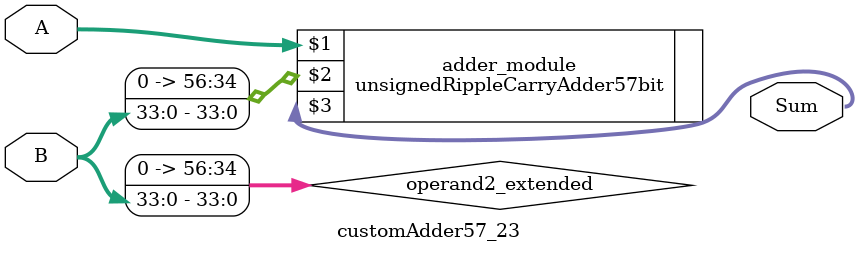
<source format=v>
module customAdder57_23(
                        input [56 : 0] A,
                        input [33 : 0] B,
                        
                        output [57 : 0] Sum
                );

        wire [56 : 0] operand2_extended;
        
        assign operand2_extended =  {23'b0, B};
        
        unsignedRippleCarryAdder57bit adder_module(
            A,
            operand2_extended,
            Sum
        );
        
        endmodule
        
</source>
